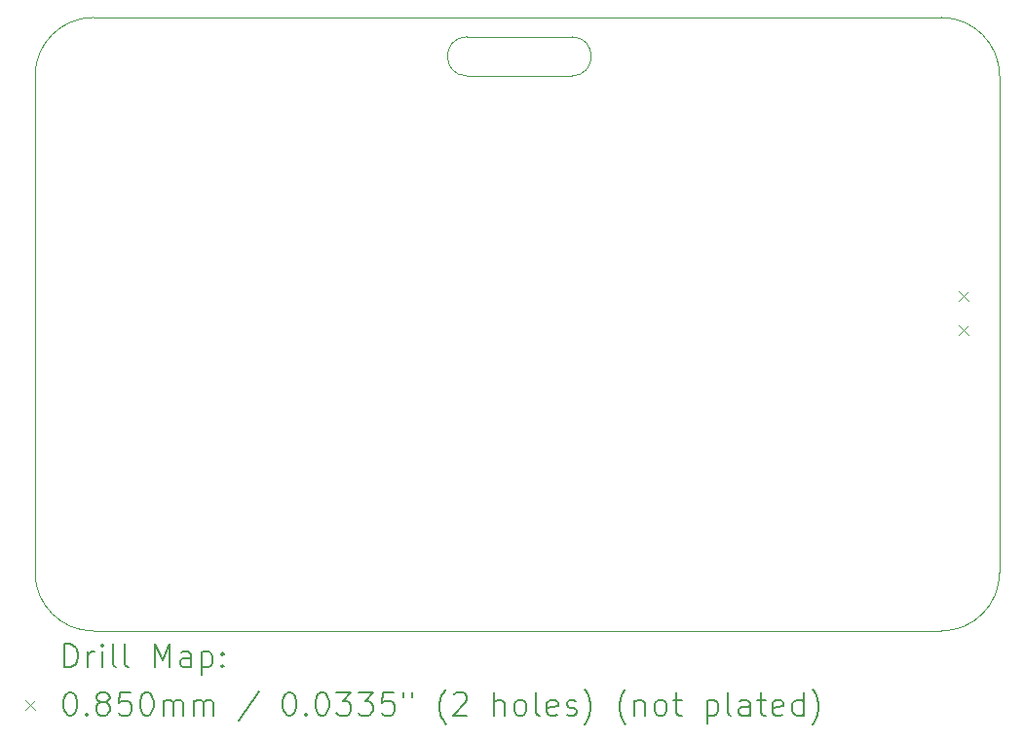
<source format=gbr>
%TF.GenerationSoftware,KiCad,Pcbnew,9.0.3*%
%TF.CreationDate,2025-09-08T19:45:00+01:00*%
%TF.ProjectId,tester_pcb_business_card,74657374-6572-45f7-9063-625f62757369,rev?*%
%TF.SameCoordinates,Original*%
%TF.FileFunction,Drillmap*%
%TF.FilePolarity,Positive*%
%FSLAX45Y45*%
G04 Gerber Fmt 4.5, Leading zero omitted, Abs format (unit mm)*
G04 Created by KiCad (PCBNEW 9.0.3) date 2025-09-08 19:45:00*
%MOMM*%
%LPD*%
G01*
G04 APERTURE LIST*
%ADD10C,0.050000*%
%ADD11C,0.200000*%
%ADD12C,0.100000*%
G04 APERTURE END LIST*
D10*
X9088120Y-7112000D02*
G75*
G02*
X9088120Y-6771640I0J170180D01*
G01*
X9997440Y-6771640D02*
G75*
G02*
X9997440Y-7112000I0J-170180D01*
G01*
X9997440Y-6771640D02*
X9088120Y-6771640D01*
X13716000Y-11430000D02*
X13716000Y-7112000D01*
X5334000Y-7112000D02*
X5334000Y-11430000D01*
X5334000Y-7112000D02*
G75*
G02*
X5842000Y-6604000I508000J0D01*
G01*
X13208000Y-6604000D02*
G75*
G02*
X13716000Y-7112000I0J-508000D01*
G01*
X13716000Y-11430000D02*
G75*
G02*
X13208000Y-11938000I-508000J0D01*
G01*
X5842000Y-11938000D02*
G75*
G02*
X5334000Y-11430000I0J508000D01*
G01*
X5842000Y-11938000D02*
X13208000Y-11938000D01*
X13208000Y-6604000D02*
X5842000Y-6604000D01*
X9088120Y-7112000D02*
X9997440Y-7112000D01*
D11*
D12*
X13360500Y-8980500D02*
X13445500Y-9065500D01*
X13445500Y-8980500D02*
X13360500Y-9065500D01*
X13360500Y-9280500D02*
X13445500Y-9365500D01*
X13445500Y-9280500D02*
X13360500Y-9365500D01*
D11*
X5592277Y-12251984D02*
X5592277Y-12051984D01*
X5592277Y-12051984D02*
X5639896Y-12051984D01*
X5639896Y-12051984D02*
X5668467Y-12061508D01*
X5668467Y-12061508D02*
X5687515Y-12080555D01*
X5687515Y-12080555D02*
X5697039Y-12099603D01*
X5697039Y-12099603D02*
X5706562Y-12137698D01*
X5706562Y-12137698D02*
X5706562Y-12166269D01*
X5706562Y-12166269D02*
X5697039Y-12204365D01*
X5697039Y-12204365D02*
X5687515Y-12223412D01*
X5687515Y-12223412D02*
X5668467Y-12242460D01*
X5668467Y-12242460D02*
X5639896Y-12251984D01*
X5639896Y-12251984D02*
X5592277Y-12251984D01*
X5792277Y-12251984D02*
X5792277Y-12118650D01*
X5792277Y-12156746D02*
X5801801Y-12137698D01*
X5801801Y-12137698D02*
X5811324Y-12128174D01*
X5811324Y-12128174D02*
X5830372Y-12118650D01*
X5830372Y-12118650D02*
X5849420Y-12118650D01*
X5916086Y-12251984D02*
X5916086Y-12118650D01*
X5916086Y-12051984D02*
X5906562Y-12061508D01*
X5906562Y-12061508D02*
X5916086Y-12071031D01*
X5916086Y-12071031D02*
X5925610Y-12061508D01*
X5925610Y-12061508D02*
X5916086Y-12051984D01*
X5916086Y-12051984D02*
X5916086Y-12071031D01*
X6039896Y-12251984D02*
X6020848Y-12242460D01*
X6020848Y-12242460D02*
X6011324Y-12223412D01*
X6011324Y-12223412D02*
X6011324Y-12051984D01*
X6144658Y-12251984D02*
X6125610Y-12242460D01*
X6125610Y-12242460D02*
X6116086Y-12223412D01*
X6116086Y-12223412D02*
X6116086Y-12051984D01*
X6373229Y-12251984D02*
X6373229Y-12051984D01*
X6373229Y-12051984D02*
X6439896Y-12194841D01*
X6439896Y-12194841D02*
X6506562Y-12051984D01*
X6506562Y-12051984D02*
X6506562Y-12251984D01*
X6687515Y-12251984D02*
X6687515Y-12147222D01*
X6687515Y-12147222D02*
X6677991Y-12128174D01*
X6677991Y-12128174D02*
X6658943Y-12118650D01*
X6658943Y-12118650D02*
X6620848Y-12118650D01*
X6620848Y-12118650D02*
X6601801Y-12128174D01*
X6687515Y-12242460D02*
X6668467Y-12251984D01*
X6668467Y-12251984D02*
X6620848Y-12251984D01*
X6620848Y-12251984D02*
X6601801Y-12242460D01*
X6601801Y-12242460D02*
X6592277Y-12223412D01*
X6592277Y-12223412D02*
X6592277Y-12204365D01*
X6592277Y-12204365D02*
X6601801Y-12185317D01*
X6601801Y-12185317D02*
X6620848Y-12175793D01*
X6620848Y-12175793D02*
X6668467Y-12175793D01*
X6668467Y-12175793D02*
X6687515Y-12166269D01*
X6782753Y-12118650D02*
X6782753Y-12318650D01*
X6782753Y-12128174D02*
X6801801Y-12118650D01*
X6801801Y-12118650D02*
X6839896Y-12118650D01*
X6839896Y-12118650D02*
X6858943Y-12128174D01*
X6858943Y-12128174D02*
X6868467Y-12137698D01*
X6868467Y-12137698D02*
X6877991Y-12156746D01*
X6877991Y-12156746D02*
X6877991Y-12213888D01*
X6877991Y-12213888D02*
X6868467Y-12232936D01*
X6868467Y-12232936D02*
X6858943Y-12242460D01*
X6858943Y-12242460D02*
X6839896Y-12251984D01*
X6839896Y-12251984D02*
X6801801Y-12251984D01*
X6801801Y-12251984D02*
X6782753Y-12242460D01*
X6963705Y-12232936D02*
X6973229Y-12242460D01*
X6973229Y-12242460D02*
X6963705Y-12251984D01*
X6963705Y-12251984D02*
X6954182Y-12242460D01*
X6954182Y-12242460D02*
X6963705Y-12232936D01*
X6963705Y-12232936D02*
X6963705Y-12251984D01*
X6963705Y-12128174D02*
X6973229Y-12137698D01*
X6973229Y-12137698D02*
X6963705Y-12147222D01*
X6963705Y-12147222D02*
X6954182Y-12137698D01*
X6954182Y-12137698D02*
X6963705Y-12128174D01*
X6963705Y-12128174D02*
X6963705Y-12147222D01*
D12*
X5246500Y-12538000D02*
X5331500Y-12623000D01*
X5331500Y-12538000D02*
X5246500Y-12623000D01*
D11*
X5630372Y-12471984D02*
X5649420Y-12471984D01*
X5649420Y-12471984D02*
X5668467Y-12481508D01*
X5668467Y-12481508D02*
X5677991Y-12491031D01*
X5677991Y-12491031D02*
X5687515Y-12510079D01*
X5687515Y-12510079D02*
X5697039Y-12548174D01*
X5697039Y-12548174D02*
X5697039Y-12595793D01*
X5697039Y-12595793D02*
X5687515Y-12633888D01*
X5687515Y-12633888D02*
X5677991Y-12652936D01*
X5677991Y-12652936D02*
X5668467Y-12662460D01*
X5668467Y-12662460D02*
X5649420Y-12671984D01*
X5649420Y-12671984D02*
X5630372Y-12671984D01*
X5630372Y-12671984D02*
X5611324Y-12662460D01*
X5611324Y-12662460D02*
X5601801Y-12652936D01*
X5601801Y-12652936D02*
X5592277Y-12633888D01*
X5592277Y-12633888D02*
X5582753Y-12595793D01*
X5582753Y-12595793D02*
X5582753Y-12548174D01*
X5582753Y-12548174D02*
X5592277Y-12510079D01*
X5592277Y-12510079D02*
X5601801Y-12491031D01*
X5601801Y-12491031D02*
X5611324Y-12481508D01*
X5611324Y-12481508D02*
X5630372Y-12471984D01*
X5782753Y-12652936D02*
X5792277Y-12662460D01*
X5792277Y-12662460D02*
X5782753Y-12671984D01*
X5782753Y-12671984D02*
X5773229Y-12662460D01*
X5773229Y-12662460D02*
X5782753Y-12652936D01*
X5782753Y-12652936D02*
X5782753Y-12671984D01*
X5906562Y-12557698D02*
X5887515Y-12548174D01*
X5887515Y-12548174D02*
X5877991Y-12538650D01*
X5877991Y-12538650D02*
X5868467Y-12519603D01*
X5868467Y-12519603D02*
X5868467Y-12510079D01*
X5868467Y-12510079D02*
X5877991Y-12491031D01*
X5877991Y-12491031D02*
X5887515Y-12481508D01*
X5887515Y-12481508D02*
X5906562Y-12471984D01*
X5906562Y-12471984D02*
X5944658Y-12471984D01*
X5944658Y-12471984D02*
X5963705Y-12481508D01*
X5963705Y-12481508D02*
X5973229Y-12491031D01*
X5973229Y-12491031D02*
X5982753Y-12510079D01*
X5982753Y-12510079D02*
X5982753Y-12519603D01*
X5982753Y-12519603D02*
X5973229Y-12538650D01*
X5973229Y-12538650D02*
X5963705Y-12548174D01*
X5963705Y-12548174D02*
X5944658Y-12557698D01*
X5944658Y-12557698D02*
X5906562Y-12557698D01*
X5906562Y-12557698D02*
X5887515Y-12567222D01*
X5887515Y-12567222D02*
X5877991Y-12576746D01*
X5877991Y-12576746D02*
X5868467Y-12595793D01*
X5868467Y-12595793D02*
X5868467Y-12633888D01*
X5868467Y-12633888D02*
X5877991Y-12652936D01*
X5877991Y-12652936D02*
X5887515Y-12662460D01*
X5887515Y-12662460D02*
X5906562Y-12671984D01*
X5906562Y-12671984D02*
X5944658Y-12671984D01*
X5944658Y-12671984D02*
X5963705Y-12662460D01*
X5963705Y-12662460D02*
X5973229Y-12652936D01*
X5973229Y-12652936D02*
X5982753Y-12633888D01*
X5982753Y-12633888D02*
X5982753Y-12595793D01*
X5982753Y-12595793D02*
X5973229Y-12576746D01*
X5973229Y-12576746D02*
X5963705Y-12567222D01*
X5963705Y-12567222D02*
X5944658Y-12557698D01*
X6163705Y-12471984D02*
X6068467Y-12471984D01*
X6068467Y-12471984D02*
X6058943Y-12567222D01*
X6058943Y-12567222D02*
X6068467Y-12557698D01*
X6068467Y-12557698D02*
X6087515Y-12548174D01*
X6087515Y-12548174D02*
X6135134Y-12548174D01*
X6135134Y-12548174D02*
X6154182Y-12557698D01*
X6154182Y-12557698D02*
X6163705Y-12567222D01*
X6163705Y-12567222D02*
X6173229Y-12586269D01*
X6173229Y-12586269D02*
X6173229Y-12633888D01*
X6173229Y-12633888D02*
X6163705Y-12652936D01*
X6163705Y-12652936D02*
X6154182Y-12662460D01*
X6154182Y-12662460D02*
X6135134Y-12671984D01*
X6135134Y-12671984D02*
X6087515Y-12671984D01*
X6087515Y-12671984D02*
X6068467Y-12662460D01*
X6068467Y-12662460D02*
X6058943Y-12652936D01*
X6297039Y-12471984D02*
X6316086Y-12471984D01*
X6316086Y-12471984D02*
X6335134Y-12481508D01*
X6335134Y-12481508D02*
X6344658Y-12491031D01*
X6344658Y-12491031D02*
X6354182Y-12510079D01*
X6354182Y-12510079D02*
X6363705Y-12548174D01*
X6363705Y-12548174D02*
X6363705Y-12595793D01*
X6363705Y-12595793D02*
X6354182Y-12633888D01*
X6354182Y-12633888D02*
X6344658Y-12652936D01*
X6344658Y-12652936D02*
X6335134Y-12662460D01*
X6335134Y-12662460D02*
X6316086Y-12671984D01*
X6316086Y-12671984D02*
X6297039Y-12671984D01*
X6297039Y-12671984D02*
X6277991Y-12662460D01*
X6277991Y-12662460D02*
X6268467Y-12652936D01*
X6268467Y-12652936D02*
X6258943Y-12633888D01*
X6258943Y-12633888D02*
X6249420Y-12595793D01*
X6249420Y-12595793D02*
X6249420Y-12548174D01*
X6249420Y-12548174D02*
X6258943Y-12510079D01*
X6258943Y-12510079D02*
X6268467Y-12491031D01*
X6268467Y-12491031D02*
X6277991Y-12481508D01*
X6277991Y-12481508D02*
X6297039Y-12471984D01*
X6449420Y-12671984D02*
X6449420Y-12538650D01*
X6449420Y-12557698D02*
X6458943Y-12548174D01*
X6458943Y-12548174D02*
X6477991Y-12538650D01*
X6477991Y-12538650D02*
X6506563Y-12538650D01*
X6506563Y-12538650D02*
X6525610Y-12548174D01*
X6525610Y-12548174D02*
X6535134Y-12567222D01*
X6535134Y-12567222D02*
X6535134Y-12671984D01*
X6535134Y-12567222D02*
X6544658Y-12548174D01*
X6544658Y-12548174D02*
X6563705Y-12538650D01*
X6563705Y-12538650D02*
X6592277Y-12538650D01*
X6592277Y-12538650D02*
X6611324Y-12548174D01*
X6611324Y-12548174D02*
X6620848Y-12567222D01*
X6620848Y-12567222D02*
X6620848Y-12671984D01*
X6716086Y-12671984D02*
X6716086Y-12538650D01*
X6716086Y-12557698D02*
X6725610Y-12548174D01*
X6725610Y-12548174D02*
X6744658Y-12538650D01*
X6744658Y-12538650D02*
X6773229Y-12538650D01*
X6773229Y-12538650D02*
X6792277Y-12548174D01*
X6792277Y-12548174D02*
X6801801Y-12567222D01*
X6801801Y-12567222D02*
X6801801Y-12671984D01*
X6801801Y-12567222D02*
X6811324Y-12548174D01*
X6811324Y-12548174D02*
X6830372Y-12538650D01*
X6830372Y-12538650D02*
X6858943Y-12538650D01*
X6858943Y-12538650D02*
X6877991Y-12548174D01*
X6877991Y-12548174D02*
X6887515Y-12567222D01*
X6887515Y-12567222D02*
X6887515Y-12671984D01*
X7277991Y-12462460D02*
X7106563Y-12719603D01*
X7535134Y-12471984D02*
X7554182Y-12471984D01*
X7554182Y-12471984D02*
X7573229Y-12481508D01*
X7573229Y-12481508D02*
X7582753Y-12491031D01*
X7582753Y-12491031D02*
X7592277Y-12510079D01*
X7592277Y-12510079D02*
X7601801Y-12548174D01*
X7601801Y-12548174D02*
X7601801Y-12595793D01*
X7601801Y-12595793D02*
X7592277Y-12633888D01*
X7592277Y-12633888D02*
X7582753Y-12652936D01*
X7582753Y-12652936D02*
X7573229Y-12662460D01*
X7573229Y-12662460D02*
X7554182Y-12671984D01*
X7554182Y-12671984D02*
X7535134Y-12671984D01*
X7535134Y-12671984D02*
X7516086Y-12662460D01*
X7516086Y-12662460D02*
X7506563Y-12652936D01*
X7506563Y-12652936D02*
X7497039Y-12633888D01*
X7497039Y-12633888D02*
X7487515Y-12595793D01*
X7487515Y-12595793D02*
X7487515Y-12548174D01*
X7487515Y-12548174D02*
X7497039Y-12510079D01*
X7497039Y-12510079D02*
X7506563Y-12491031D01*
X7506563Y-12491031D02*
X7516086Y-12481508D01*
X7516086Y-12481508D02*
X7535134Y-12471984D01*
X7687515Y-12652936D02*
X7697039Y-12662460D01*
X7697039Y-12662460D02*
X7687515Y-12671984D01*
X7687515Y-12671984D02*
X7677991Y-12662460D01*
X7677991Y-12662460D02*
X7687515Y-12652936D01*
X7687515Y-12652936D02*
X7687515Y-12671984D01*
X7820848Y-12471984D02*
X7839896Y-12471984D01*
X7839896Y-12471984D02*
X7858944Y-12481508D01*
X7858944Y-12481508D02*
X7868467Y-12491031D01*
X7868467Y-12491031D02*
X7877991Y-12510079D01*
X7877991Y-12510079D02*
X7887515Y-12548174D01*
X7887515Y-12548174D02*
X7887515Y-12595793D01*
X7887515Y-12595793D02*
X7877991Y-12633888D01*
X7877991Y-12633888D02*
X7868467Y-12652936D01*
X7868467Y-12652936D02*
X7858944Y-12662460D01*
X7858944Y-12662460D02*
X7839896Y-12671984D01*
X7839896Y-12671984D02*
X7820848Y-12671984D01*
X7820848Y-12671984D02*
X7801801Y-12662460D01*
X7801801Y-12662460D02*
X7792277Y-12652936D01*
X7792277Y-12652936D02*
X7782753Y-12633888D01*
X7782753Y-12633888D02*
X7773229Y-12595793D01*
X7773229Y-12595793D02*
X7773229Y-12548174D01*
X7773229Y-12548174D02*
X7782753Y-12510079D01*
X7782753Y-12510079D02*
X7792277Y-12491031D01*
X7792277Y-12491031D02*
X7801801Y-12481508D01*
X7801801Y-12481508D02*
X7820848Y-12471984D01*
X7954182Y-12471984D02*
X8077991Y-12471984D01*
X8077991Y-12471984D02*
X8011325Y-12548174D01*
X8011325Y-12548174D02*
X8039896Y-12548174D01*
X8039896Y-12548174D02*
X8058944Y-12557698D01*
X8058944Y-12557698D02*
X8068467Y-12567222D01*
X8068467Y-12567222D02*
X8077991Y-12586269D01*
X8077991Y-12586269D02*
X8077991Y-12633888D01*
X8077991Y-12633888D02*
X8068467Y-12652936D01*
X8068467Y-12652936D02*
X8058944Y-12662460D01*
X8058944Y-12662460D02*
X8039896Y-12671984D01*
X8039896Y-12671984D02*
X7982753Y-12671984D01*
X7982753Y-12671984D02*
X7963706Y-12662460D01*
X7963706Y-12662460D02*
X7954182Y-12652936D01*
X8144658Y-12471984D02*
X8268467Y-12471984D01*
X8268467Y-12471984D02*
X8201801Y-12548174D01*
X8201801Y-12548174D02*
X8230372Y-12548174D01*
X8230372Y-12548174D02*
X8249420Y-12557698D01*
X8249420Y-12557698D02*
X8258944Y-12567222D01*
X8258944Y-12567222D02*
X8268467Y-12586269D01*
X8268467Y-12586269D02*
X8268467Y-12633888D01*
X8268467Y-12633888D02*
X8258944Y-12652936D01*
X8258944Y-12652936D02*
X8249420Y-12662460D01*
X8249420Y-12662460D02*
X8230372Y-12671984D01*
X8230372Y-12671984D02*
X8173229Y-12671984D01*
X8173229Y-12671984D02*
X8154182Y-12662460D01*
X8154182Y-12662460D02*
X8144658Y-12652936D01*
X8449420Y-12471984D02*
X8354182Y-12471984D01*
X8354182Y-12471984D02*
X8344658Y-12567222D01*
X8344658Y-12567222D02*
X8354182Y-12557698D01*
X8354182Y-12557698D02*
X8373229Y-12548174D01*
X8373229Y-12548174D02*
X8420849Y-12548174D01*
X8420849Y-12548174D02*
X8439896Y-12557698D01*
X8439896Y-12557698D02*
X8449420Y-12567222D01*
X8449420Y-12567222D02*
X8458944Y-12586269D01*
X8458944Y-12586269D02*
X8458944Y-12633888D01*
X8458944Y-12633888D02*
X8449420Y-12652936D01*
X8449420Y-12652936D02*
X8439896Y-12662460D01*
X8439896Y-12662460D02*
X8420849Y-12671984D01*
X8420849Y-12671984D02*
X8373229Y-12671984D01*
X8373229Y-12671984D02*
X8354182Y-12662460D01*
X8354182Y-12662460D02*
X8344658Y-12652936D01*
X8535134Y-12471984D02*
X8535134Y-12510079D01*
X8611325Y-12471984D02*
X8611325Y-12510079D01*
X8906563Y-12748174D02*
X8897039Y-12738650D01*
X8897039Y-12738650D02*
X8877991Y-12710079D01*
X8877991Y-12710079D02*
X8868468Y-12691031D01*
X8868468Y-12691031D02*
X8858944Y-12662460D01*
X8858944Y-12662460D02*
X8849420Y-12614841D01*
X8849420Y-12614841D02*
X8849420Y-12576746D01*
X8849420Y-12576746D02*
X8858944Y-12529127D01*
X8858944Y-12529127D02*
X8868468Y-12500555D01*
X8868468Y-12500555D02*
X8877991Y-12481508D01*
X8877991Y-12481508D02*
X8897039Y-12452936D01*
X8897039Y-12452936D02*
X8906563Y-12443412D01*
X8973230Y-12491031D02*
X8982753Y-12481508D01*
X8982753Y-12481508D02*
X9001801Y-12471984D01*
X9001801Y-12471984D02*
X9049420Y-12471984D01*
X9049420Y-12471984D02*
X9068468Y-12481508D01*
X9068468Y-12481508D02*
X9077991Y-12491031D01*
X9077991Y-12491031D02*
X9087515Y-12510079D01*
X9087515Y-12510079D02*
X9087515Y-12529127D01*
X9087515Y-12529127D02*
X9077991Y-12557698D01*
X9077991Y-12557698D02*
X8963706Y-12671984D01*
X8963706Y-12671984D02*
X9087515Y-12671984D01*
X9325611Y-12671984D02*
X9325611Y-12471984D01*
X9411325Y-12671984D02*
X9411325Y-12567222D01*
X9411325Y-12567222D02*
X9401801Y-12548174D01*
X9401801Y-12548174D02*
X9382753Y-12538650D01*
X9382753Y-12538650D02*
X9354182Y-12538650D01*
X9354182Y-12538650D02*
X9335134Y-12548174D01*
X9335134Y-12548174D02*
X9325611Y-12557698D01*
X9535134Y-12671984D02*
X9516087Y-12662460D01*
X9516087Y-12662460D02*
X9506563Y-12652936D01*
X9506563Y-12652936D02*
X9497039Y-12633888D01*
X9497039Y-12633888D02*
X9497039Y-12576746D01*
X9497039Y-12576746D02*
X9506563Y-12557698D01*
X9506563Y-12557698D02*
X9516087Y-12548174D01*
X9516087Y-12548174D02*
X9535134Y-12538650D01*
X9535134Y-12538650D02*
X9563706Y-12538650D01*
X9563706Y-12538650D02*
X9582753Y-12548174D01*
X9582753Y-12548174D02*
X9592277Y-12557698D01*
X9592277Y-12557698D02*
X9601801Y-12576746D01*
X9601801Y-12576746D02*
X9601801Y-12633888D01*
X9601801Y-12633888D02*
X9592277Y-12652936D01*
X9592277Y-12652936D02*
X9582753Y-12662460D01*
X9582753Y-12662460D02*
X9563706Y-12671984D01*
X9563706Y-12671984D02*
X9535134Y-12671984D01*
X9716087Y-12671984D02*
X9697039Y-12662460D01*
X9697039Y-12662460D02*
X9687515Y-12643412D01*
X9687515Y-12643412D02*
X9687515Y-12471984D01*
X9868468Y-12662460D02*
X9849420Y-12671984D01*
X9849420Y-12671984D02*
X9811325Y-12671984D01*
X9811325Y-12671984D02*
X9792277Y-12662460D01*
X9792277Y-12662460D02*
X9782753Y-12643412D01*
X9782753Y-12643412D02*
X9782753Y-12567222D01*
X9782753Y-12567222D02*
X9792277Y-12548174D01*
X9792277Y-12548174D02*
X9811325Y-12538650D01*
X9811325Y-12538650D02*
X9849420Y-12538650D01*
X9849420Y-12538650D02*
X9868468Y-12548174D01*
X9868468Y-12548174D02*
X9877992Y-12567222D01*
X9877992Y-12567222D02*
X9877992Y-12586269D01*
X9877992Y-12586269D02*
X9782753Y-12605317D01*
X9954182Y-12662460D02*
X9973230Y-12671984D01*
X9973230Y-12671984D02*
X10011325Y-12671984D01*
X10011325Y-12671984D02*
X10030373Y-12662460D01*
X10030373Y-12662460D02*
X10039896Y-12643412D01*
X10039896Y-12643412D02*
X10039896Y-12633888D01*
X10039896Y-12633888D02*
X10030373Y-12614841D01*
X10030373Y-12614841D02*
X10011325Y-12605317D01*
X10011325Y-12605317D02*
X9982753Y-12605317D01*
X9982753Y-12605317D02*
X9963706Y-12595793D01*
X9963706Y-12595793D02*
X9954182Y-12576746D01*
X9954182Y-12576746D02*
X9954182Y-12567222D01*
X9954182Y-12567222D02*
X9963706Y-12548174D01*
X9963706Y-12548174D02*
X9982753Y-12538650D01*
X9982753Y-12538650D02*
X10011325Y-12538650D01*
X10011325Y-12538650D02*
X10030373Y-12548174D01*
X10106563Y-12748174D02*
X10116087Y-12738650D01*
X10116087Y-12738650D02*
X10135134Y-12710079D01*
X10135134Y-12710079D02*
X10144658Y-12691031D01*
X10144658Y-12691031D02*
X10154182Y-12662460D01*
X10154182Y-12662460D02*
X10163706Y-12614841D01*
X10163706Y-12614841D02*
X10163706Y-12576746D01*
X10163706Y-12576746D02*
X10154182Y-12529127D01*
X10154182Y-12529127D02*
X10144658Y-12500555D01*
X10144658Y-12500555D02*
X10135134Y-12481508D01*
X10135134Y-12481508D02*
X10116087Y-12452936D01*
X10116087Y-12452936D02*
X10106563Y-12443412D01*
X10468468Y-12748174D02*
X10458944Y-12738650D01*
X10458944Y-12738650D02*
X10439896Y-12710079D01*
X10439896Y-12710079D02*
X10430373Y-12691031D01*
X10430373Y-12691031D02*
X10420849Y-12662460D01*
X10420849Y-12662460D02*
X10411325Y-12614841D01*
X10411325Y-12614841D02*
X10411325Y-12576746D01*
X10411325Y-12576746D02*
X10420849Y-12529127D01*
X10420849Y-12529127D02*
X10430373Y-12500555D01*
X10430373Y-12500555D02*
X10439896Y-12481508D01*
X10439896Y-12481508D02*
X10458944Y-12452936D01*
X10458944Y-12452936D02*
X10468468Y-12443412D01*
X10544658Y-12538650D02*
X10544658Y-12671984D01*
X10544658Y-12557698D02*
X10554182Y-12548174D01*
X10554182Y-12548174D02*
X10573230Y-12538650D01*
X10573230Y-12538650D02*
X10601801Y-12538650D01*
X10601801Y-12538650D02*
X10620849Y-12548174D01*
X10620849Y-12548174D02*
X10630373Y-12567222D01*
X10630373Y-12567222D02*
X10630373Y-12671984D01*
X10754182Y-12671984D02*
X10735134Y-12662460D01*
X10735134Y-12662460D02*
X10725611Y-12652936D01*
X10725611Y-12652936D02*
X10716087Y-12633888D01*
X10716087Y-12633888D02*
X10716087Y-12576746D01*
X10716087Y-12576746D02*
X10725611Y-12557698D01*
X10725611Y-12557698D02*
X10735134Y-12548174D01*
X10735134Y-12548174D02*
X10754182Y-12538650D01*
X10754182Y-12538650D02*
X10782754Y-12538650D01*
X10782754Y-12538650D02*
X10801801Y-12548174D01*
X10801801Y-12548174D02*
X10811325Y-12557698D01*
X10811325Y-12557698D02*
X10820849Y-12576746D01*
X10820849Y-12576746D02*
X10820849Y-12633888D01*
X10820849Y-12633888D02*
X10811325Y-12652936D01*
X10811325Y-12652936D02*
X10801801Y-12662460D01*
X10801801Y-12662460D02*
X10782754Y-12671984D01*
X10782754Y-12671984D02*
X10754182Y-12671984D01*
X10877992Y-12538650D02*
X10954182Y-12538650D01*
X10906563Y-12471984D02*
X10906563Y-12643412D01*
X10906563Y-12643412D02*
X10916087Y-12662460D01*
X10916087Y-12662460D02*
X10935134Y-12671984D01*
X10935134Y-12671984D02*
X10954182Y-12671984D01*
X11173230Y-12538650D02*
X11173230Y-12738650D01*
X11173230Y-12548174D02*
X11192277Y-12538650D01*
X11192277Y-12538650D02*
X11230373Y-12538650D01*
X11230373Y-12538650D02*
X11249420Y-12548174D01*
X11249420Y-12548174D02*
X11258944Y-12557698D01*
X11258944Y-12557698D02*
X11268468Y-12576746D01*
X11268468Y-12576746D02*
X11268468Y-12633888D01*
X11268468Y-12633888D02*
X11258944Y-12652936D01*
X11258944Y-12652936D02*
X11249420Y-12662460D01*
X11249420Y-12662460D02*
X11230373Y-12671984D01*
X11230373Y-12671984D02*
X11192277Y-12671984D01*
X11192277Y-12671984D02*
X11173230Y-12662460D01*
X11382753Y-12671984D02*
X11363706Y-12662460D01*
X11363706Y-12662460D02*
X11354182Y-12643412D01*
X11354182Y-12643412D02*
X11354182Y-12471984D01*
X11544658Y-12671984D02*
X11544658Y-12567222D01*
X11544658Y-12567222D02*
X11535134Y-12548174D01*
X11535134Y-12548174D02*
X11516087Y-12538650D01*
X11516087Y-12538650D02*
X11477992Y-12538650D01*
X11477992Y-12538650D02*
X11458944Y-12548174D01*
X11544658Y-12662460D02*
X11525611Y-12671984D01*
X11525611Y-12671984D02*
X11477992Y-12671984D01*
X11477992Y-12671984D02*
X11458944Y-12662460D01*
X11458944Y-12662460D02*
X11449420Y-12643412D01*
X11449420Y-12643412D02*
X11449420Y-12624365D01*
X11449420Y-12624365D02*
X11458944Y-12605317D01*
X11458944Y-12605317D02*
X11477992Y-12595793D01*
X11477992Y-12595793D02*
X11525611Y-12595793D01*
X11525611Y-12595793D02*
X11544658Y-12586269D01*
X11611325Y-12538650D02*
X11687515Y-12538650D01*
X11639896Y-12471984D02*
X11639896Y-12643412D01*
X11639896Y-12643412D02*
X11649420Y-12662460D01*
X11649420Y-12662460D02*
X11668468Y-12671984D01*
X11668468Y-12671984D02*
X11687515Y-12671984D01*
X11830373Y-12662460D02*
X11811325Y-12671984D01*
X11811325Y-12671984D02*
X11773230Y-12671984D01*
X11773230Y-12671984D02*
X11754182Y-12662460D01*
X11754182Y-12662460D02*
X11744658Y-12643412D01*
X11744658Y-12643412D02*
X11744658Y-12567222D01*
X11744658Y-12567222D02*
X11754182Y-12548174D01*
X11754182Y-12548174D02*
X11773230Y-12538650D01*
X11773230Y-12538650D02*
X11811325Y-12538650D01*
X11811325Y-12538650D02*
X11830373Y-12548174D01*
X11830373Y-12548174D02*
X11839896Y-12567222D01*
X11839896Y-12567222D02*
X11839896Y-12586269D01*
X11839896Y-12586269D02*
X11744658Y-12605317D01*
X12011325Y-12671984D02*
X12011325Y-12471984D01*
X12011325Y-12662460D02*
X11992277Y-12671984D01*
X11992277Y-12671984D02*
X11954182Y-12671984D01*
X11954182Y-12671984D02*
X11935134Y-12662460D01*
X11935134Y-12662460D02*
X11925611Y-12652936D01*
X11925611Y-12652936D02*
X11916087Y-12633888D01*
X11916087Y-12633888D02*
X11916087Y-12576746D01*
X11916087Y-12576746D02*
X11925611Y-12557698D01*
X11925611Y-12557698D02*
X11935134Y-12548174D01*
X11935134Y-12548174D02*
X11954182Y-12538650D01*
X11954182Y-12538650D02*
X11992277Y-12538650D01*
X11992277Y-12538650D02*
X12011325Y-12548174D01*
X12087515Y-12748174D02*
X12097039Y-12738650D01*
X12097039Y-12738650D02*
X12116087Y-12710079D01*
X12116087Y-12710079D02*
X12125611Y-12691031D01*
X12125611Y-12691031D02*
X12135134Y-12662460D01*
X12135134Y-12662460D02*
X12144658Y-12614841D01*
X12144658Y-12614841D02*
X12144658Y-12576746D01*
X12144658Y-12576746D02*
X12135134Y-12529127D01*
X12135134Y-12529127D02*
X12125611Y-12500555D01*
X12125611Y-12500555D02*
X12116087Y-12481508D01*
X12116087Y-12481508D02*
X12097039Y-12452936D01*
X12097039Y-12452936D02*
X12087515Y-12443412D01*
M02*

</source>
